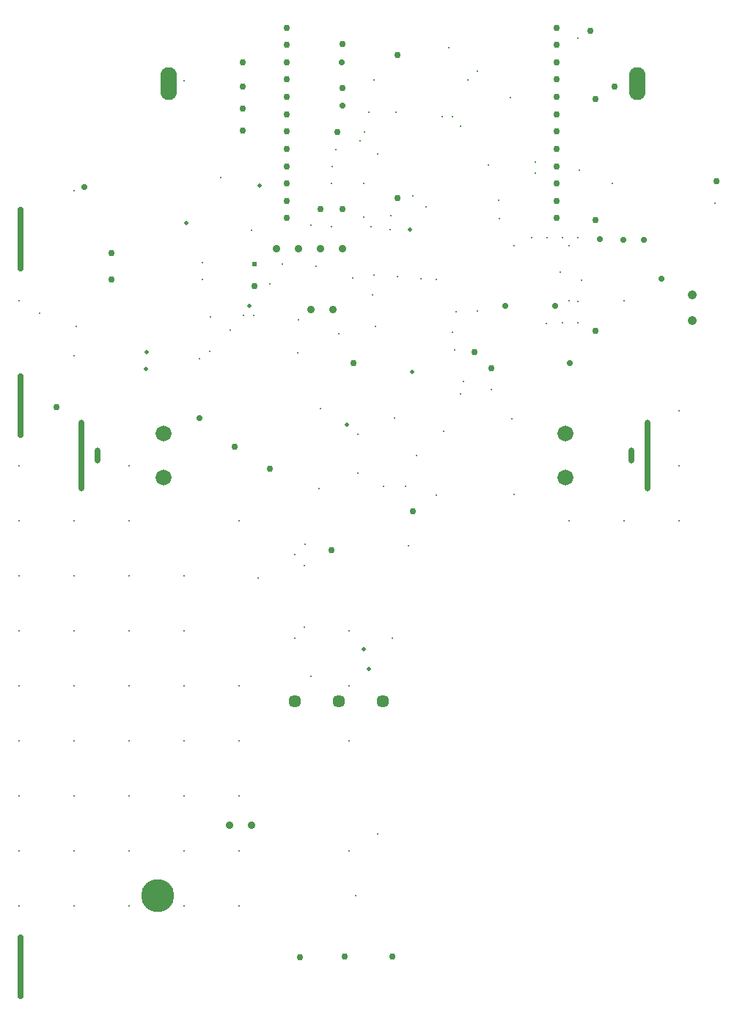
<source format=gbr>
%TF.GenerationSoftware,Altium Limited,Altium Designer,21.6.4 (81)*%
G04 Layer_Color=0*
%FSLAX26Y26*%
%MOIN*%
%TF.SameCoordinates,BD845C9F-3E28-4BEA-89B7-7B09B8E8D9D1*%
%TF.FilePolarity,Positive*%
%TF.FileFunction,Plated,1,4,PTH,Drill*%
%TF.Part,Single*%
G01*
G75*
%TA.AperFunction,ComponentDrill*%
%ADD197C,0.030000*%
%ADD198C,0.030000*%
%ADD199O,0.028000X0.295276*%
%ADD200C,0.057000*%
%ADD201O,0.075000X0.150000*%
%ADD202C,0.150000*%
%ADD203C,0.035433*%
%ADD204C,0.042126*%
%ADD205C,0.072000*%
%ADD206O,0.028000X0.072000*%
%ADD207O,0.028000X0.324803*%
%TA.AperFunction,OtherDrill,Pad Free-0 (3048.704mil,3330.945mil)*%
%ADD208C,0.028000*%
%TA.AperFunction,OtherDrill,Pad Free-1 (1270mil,2470mil)*%
%ADD209C,0.030000*%
%TA.AperFunction,ViaDrill,NotFilled*%
%ADD210C,0.011000*%
%ADD211C,0.012000*%
%ADD212C,0.020000*%
%ADD213C,0.028000*%
%ADD214C,0.024000*%
%ADD215C,0.030000*%
D197*
X1145000Y4005000D02*
D03*
Y4105000D02*
D03*
Y4206031D02*
D03*
X1146000Y4315000D02*
D03*
X1345000Y4473425D02*
D03*
Y4394685D02*
D03*
Y4315945D02*
D03*
Y4237205D02*
D03*
Y4158465D02*
D03*
Y4079724D02*
D03*
Y4000984D02*
D03*
Y3922244D02*
D03*
Y3843504D02*
D03*
Y3764764D02*
D03*
Y3686024D02*
D03*
Y3607284D02*
D03*
X2835000Y4203920D02*
D03*
X2573000Y4473425D02*
D03*
Y4394685D02*
D03*
Y4315945D02*
D03*
Y4237205D02*
D03*
Y4158465D02*
D03*
Y4079724D02*
D03*
Y4000984D02*
D03*
Y3922244D02*
D03*
Y3843504D02*
D03*
Y3764764D02*
D03*
Y3686024D02*
D03*
Y3607284D02*
D03*
X1850000Y4350000D02*
D03*
D198*
X2750000Y3600000D02*
D03*
X1200000Y3300000D02*
D03*
X2750000Y3094902D02*
D03*
X3300000Y3775461D02*
D03*
X1919160Y2275000D02*
D03*
X2750000Y4150000D02*
D03*
X2275000Y2925000D02*
D03*
X1650000Y2950000D02*
D03*
X300000Y2750000D02*
D03*
X1850000Y3700000D02*
D03*
X1600000Y4200000D02*
D03*
X1575000Y4000000D02*
D03*
X1600000Y3650000D02*
D03*
X1500000D02*
D03*
X550000Y3450000D02*
D03*
X1550000Y2100000D02*
D03*
X2200000Y3000000D02*
D03*
X1600000Y4400000D02*
D03*
D199*
X137010Y203804D02*
D03*
X137010Y2754985D02*
D03*
Y3510890D02*
D03*
D200*
X1382104Y1411739D02*
D03*
X1582104D02*
D03*
X1782104D02*
D03*
D201*
X2940000Y4220000D02*
D03*
X808355D02*
D03*
D202*
X759728Y529000D02*
D03*
D203*
X1600000Y3468215D02*
D03*
X1500000D02*
D03*
X1400000D02*
D03*
X1300000D02*
D03*
X1457585Y3192913D02*
D03*
X1557585D02*
D03*
X1185133Y850000D02*
D03*
X1085133D02*
D03*
D204*
X3191155Y3259811D02*
D03*
X3191194Y3141662D02*
D03*
D205*
X2613691Y2630000D02*
D03*
Y2430000D02*
D03*
X786691Y2630000D02*
D03*
Y2430000D02*
D03*
D206*
X2913691Y2530000D02*
D03*
X486691D02*
D03*
D207*
X2985691D02*
D03*
X414824Y2530000D02*
D03*
D208*
X3048704Y3330945D02*
D03*
D209*
X1270000Y2470000D02*
D03*
D210*
X2591477Y3363115D02*
D03*
X1088677Y3099515D02*
D03*
X2052165Y4067913D02*
D03*
X1696321Y3610719D02*
D03*
Y3764984D02*
D03*
X2362898Y4155000D02*
D03*
X1743039Y4236417D02*
D03*
X2170000D02*
D03*
X1842598Y4090000D02*
D03*
X1920000Y3710000D02*
D03*
X1215000Y1971172D02*
D03*
X2212992Y3185715D02*
D03*
X1198000Y3164000D02*
D03*
X1149000D02*
D03*
X998977Y3160015D02*
D03*
X391194Y3116662D02*
D03*
X1750000D02*
D03*
X1270015Y3308344D02*
D03*
X1735673Y3259811D02*
D03*
X1760000Y810000D02*
D03*
X2370640Y2695866D02*
D03*
X1837503Y2700012D02*
D03*
X2060000Y2640000D02*
D03*
X1937503Y2530000D02*
D03*
X1670000Y2624137D02*
D03*
Y2450000D02*
D03*
X1787503Y2390000D02*
D03*
X1887503D02*
D03*
X2151417Y2866777D02*
D03*
X2025869Y2350000D02*
D03*
D211*
X3292776Y3675000D02*
D03*
X1457585Y3575000D02*
D03*
X1817520Y3555000D02*
D03*
X1820000Y3620000D02*
D03*
X2630014Y3482639D02*
D03*
X2380014D02*
D03*
X1550000Y3570000D02*
D03*
X1570000Y3920000D02*
D03*
X2670000Y4425000D02*
D03*
X2671395Y3520000D02*
D03*
X1480000Y3390000D02*
D03*
X2460000Y3519902D02*
D03*
X2530098D02*
D03*
X2600000D02*
D03*
X2313000Y3605000D02*
D03*
X2311000Y3690000D02*
D03*
X2212992Y4275000D02*
D03*
X1550000Y3764000D02*
D03*
X1553998Y3843000D02*
D03*
X2475000Y3861639D02*
D03*
X2475634Y3813597D02*
D03*
X1325000Y3400000D02*
D03*
X2135239Y4025000D02*
D03*
X2262598Y3850000D02*
D03*
X2677179Y3825000D02*
D03*
X1185133Y3553639D02*
D03*
X2083507Y4383621D02*
D03*
X2100000Y4068000D02*
D03*
X1680000Y3959343D02*
D03*
X1700257Y4000000D02*
D03*
X1720000Y4090000D02*
D03*
X1760000Y3900000D02*
D03*
X1730000Y3570000D02*
D03*
X1980000Y3659887D02*
D03*
X1494003Y2380000D02*
D03*
X3130014Y2732639D02*
D03*
Y2482639D02*
D03*
Y2232639D02*
D03*
X2880014Y3232639D02*
D03*
Y2232639D02*
D03*
X2630014Y3232639D02*
D03*
Y2232639D02*
D03*
X1630014Y1732639D02*
D03*
Y1482639D02*
D03*
Y1232639D02*
D03*
Y732639D02*
D03*
X1130014Y2232639D02*
D03*
Y1482639D02*
D03*
Y1232639D02*
D03*
Y982639D02*
D03*
Y732639D02*
D03*
Y482639D02*
D03*
X880014Y4232639D02*
D03*
Y1982639D02*
D03*
Y1732639D02*
D03*
Y1482639D02*
D03*
Y1232639D02*
D03*
Y982639D02*
D03*
Y732639D02*
D03*
Y482639D02*
D03*
X630014Y2482639D02*
D03*
Y2232639D02*
D03*
Y1982639D02*
D03*
Y1732639D02*
D03*
Y1482639D02*
D03*
Y1232639D02*
D03*
Y982639D02*
D03*
Y732639D02*
D03*
Y482639D02*
D03*
X380014Y3732639D02*
D03*
Y2982639D02*
D03*
Y2232639D02*
D03*
Y1982639D02*
D03*
Y1732639D02*
D03*
Y1482639D02*
D03*
Y1232639D02*
D03*
Y982639D02*
D03*
Y732639D02*
D03*
Y482639D02*
D03*
X130014Y3232639D02*
D03*
Y2482639D02*
D03*
Y2232639D02*
D03*
Y1982639D02*
D03*
Y1732639D02*
D03*
Y1482639D02*
D03*
Y1232639D02*
D03*
Y982639D02*
D03*
Y732639D02*
D03*
Y482639D02*
D03*
X1425000Y2030000D02*
D03*
X962496Y3328000D02*
D03*
Y3404000D02*
D03*
X998000Y3003000D02*
D03*
X1660000Y529000D02*
D03*
X1825000Y1700000D02*
D03*
X1582104Y3080531D02*
D03*
X1850000Y3342450D02*
D03*
X2670000Y3230000D02*
D03*
Y3131327D02*
D03*
X2525000Y3130000D02*
D03*
X2599693Y3131327D02*
D03*
X950000Y2970000D02*
D03*
X1047000Y3793000D02*
D03*
X1645000Y3335000D02*
D03*
X1382104Y2080000D02*
D03*
X2116699Y3182192D02*
D03*
X2025869Y3330015D02*
D03*
X2685383Y3325000D02*
D03*
X1395000Y2995000D02*
D03*
X1955865Y3332007D02*
D03*
X2825000Y3764984D02*
D03*
X224194Y3176662D02*
D03*
X1457585Y1525000D02*
D03*
X1425000Y1750000D02*
D03*
X2100000Y3089673D02*
D03*
X1743412Y3348315D02*
D03*
X1382104Y1700000D02*
D03*
X2110000Y3010000D02*
D03*
X1399409Y3145000D02*
D03*
X1430000Y2126059D02*
D03*
X1899545Y2120000D02*
D03*
X1500000Y2741903D02*
D03*
X2275000Y2830000D02*
D03*
X2380000Y2353583D02*
D03*
X2138000Y2809000D02*
D03*
D212*
X1905000Y3554496D02*
D03*
X1224672Y3756693D02*
D03*
X1915000Y2910000D02*
D03*
X1620000Y2670000D02*
D03*
X1176477Y3210015D02*
D03*
X1720000Y1560000D02*
D03*
X1696321Y1650000D02*
D03*
X889000Y3586639D02*
D03*
X706514Y2920639D02*
D03*
X710000Y3000000D02*
D03*
D213*
X1600000Y4120000D02*
D03*
X1595000Y4317000D02*
D03*
X2970000Y3510000D02*
D03*
X2875134D02*
D03*
X2340000Y3210000D02*
D03*
X2565015Y3210015D02*
D03*
X2634055Y2950000D02*
D03*
X426194Y3750000D02*
D03*
X2771477Y3510890D02*
D03*
X950000Y2700000D02*
D03*
D214*
X1200000Y3400000D02*
D03*
D215*
X551477Y3330015D02*
D03*
X2725000Y4459681D02*
D03*
X1406194Y250000D02*
D03*
X1825000Y251662D02*
D03*
X1608977D02*
D03*
X1109477Y2570000D02*
D03*
%TF.MD5,8eb207b38f48909c6ac7197590ba8dad*%
M02*

</source>
